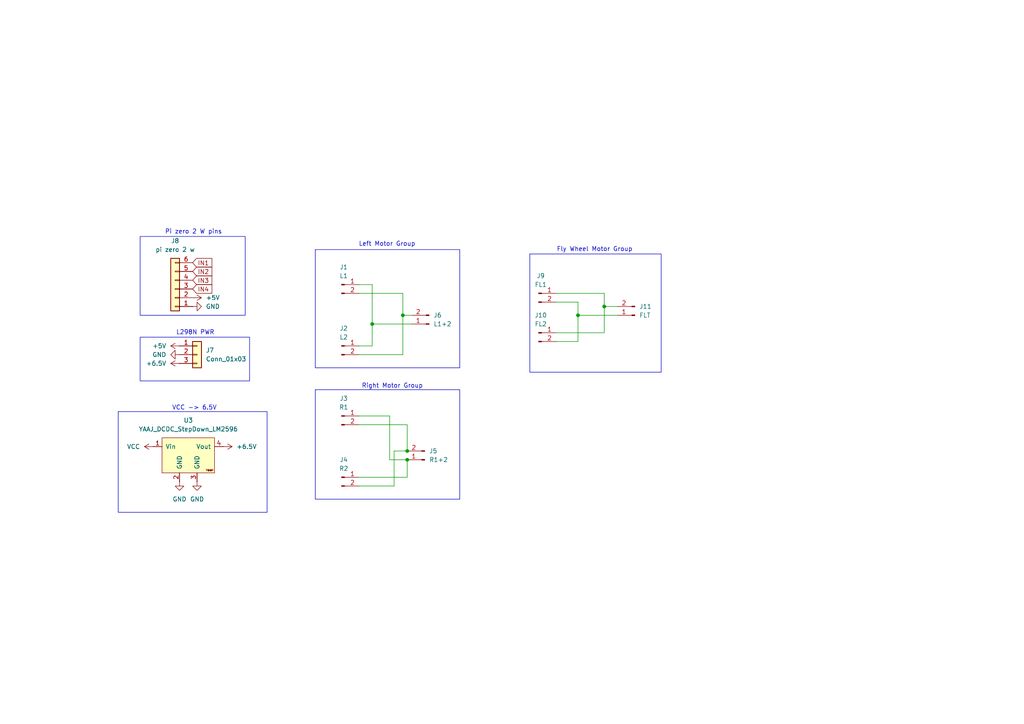
<source format=kicad_sch>
(kicad_sch (version 20231120) (generator "eeschema") (generator_version "8.0")
  (paper "A4")
  (lib_symbols
    (symbol "Connector:Conn_01x02_Pin" (pin_names (offset 1.016) hide)
      (property "Reference" "J" (at 0 2.54 0))
      (property "Value" "Conn_01x02_Pin" (at 0 -5.08 0))
      (symbol "Conn_01x02_Pin_1_1"
        (polyline (pts (xy 1.27 -2.54) (xy 0.8636 -2.54)) (stroke (width 0.1524)))
        (polyline (pts (xy 1.27 0) (xy 0.8636 0)) (stroke (width 0.1524)))
        (rectangle (start 0.8636 -2.413) (end 0 -2.667) (stroke (width 0.1524)) (fill (type outline)))
        (rectangle (start 0.8636 0.127) (end 0 -0.127) (stroke (width 0.1524)) (fill (type outline)))
        (pin passive line (at 5.08 0 180) (length 3.81) (name "Pin_1") (number "1"))
        (pin passive line (at 5.08 -2.54 180) (length 3.81) (name "Pin_2") (number "2"))
      )
    )
    (symbol "Connector_Generic:Conn_01x03" (pin_names (offset 1.016) hide)
      (property "Reference" "J" (at 0 5.08 0))
      (property "Value" "Conn_01x03" (at 0 -5.08 0))
      (symbol "Conn_01x03_1_1"
        (rectangle (start -1.27 -2.413) (end 0 -2.667) (stroke (width 0.1524)))
        (rectangle (start -1.27 0.127) (end 0 -0.127) (stroke (width 0.1524)))
        (rectangle (start -1.27 2.667) (end 0 2.413) (stroke (width 0.1524)))
        (rectangle (start -1.27 3.81) (end 1.27 -3.81) (stroke (width 0.254)) (fill (type background)))
        (pin passive line (at -5.08 2.54 0) (length 3.81) (name "Pin_1") (number "1"))
        (pin passive line (at -5.08 0 0) (length 3.81) (name "Pin_2") (number "2"))
        (pin passive line (at -5.08 -2.54 0) (length 3.81) (name "Pin_3") (number "3"))
      )
    )
    (symbol "Connector_Generic:Conn_01x06" (pin_names (offset 1.016) hide)
      (property "Reference" "J" (at 0 7.62 0))
      (property "Value" "Conn_01x06" (at 0 -10.16 0))
      (symbol "Conn_01x06_1_1"
        (rectangle (start -1.27 -7.493) (end 0 -7.747) (stroke (width 0.1524)))
        (rectangle (start -1.27 -4.953) (end 0 -5.207) (stroke (width 0.1524)))
        (rectangle (start -1.27 -2.413) (end 0 -2.667) (stroke (width 0.1524)))
        (rectangle (start -1.27 0.127) (end 0 -0.127) (stroke (width 0.1524)))
        (rectangle (start -1.27 2.667) (end 0 2.413) (stroke (width 0.1524)))
        (rectangle (start -1.27 5.207) (end 0 4.953) (stroke (width 0.1524)))
        (rectangle (start -1.27 6.35) (end 1.27 -8.89) (stroke (width 0.254)) (fill (type background)))
        (pin passive line (at -5.08 5.08 0) (length 3.81) (name "Pin_1") (number "1"))
        (pin passive line (at -5.08 2.54 0) (length 3.81) (name "Pin_2") (number "2"))
        (pin passive line (at -5.08 0 0) (length 3.81) (name "Pin_3") (number "3"))
        (pin passive line (at -5.08 -2.54 0) (length 3.81) (name "Pin_4") (number "4"))
        (pin passive line (at -5.08 -5.08 0) (length 3.81) (name "Pin_5") (number "5"))
        (pin passive line (at -5.08 -7.62 0) (length 3.81) (name "Pin_6") (number "6"))
      )
    )
    (symbol "power:+5V" (power) (pin_numbers hide) (pin_names (offset 0) hide)
      (property "Value" "+5V" (at 0 3.556 0))
      (symbol "+5V_0_1"
        (polyline (pts (xy -0.762 1.27) (xy 0 2.54)))
        (polyline (pts (xy 0 0) (xy 0 2.54)))
        (polyline (pts (xy 0 2.54) (xy 0.762 1.27)))
      )
      (symbol "+5V_1_1"
        (pin power_in line (at 0 0 90) (length 0) (name "~") (number "1"))
      )
    )
    (symbol "power:+6V" (power) (pin_numbers hide) (pin_names (offset 0) hide)
      (property "Value" "+6V" (at 0 3.556 0))
      (symbol "+6V_0_1"
        (polyline (pts (xy -0.762 1.27) (xy 0 2.54)))
        (polyline (pts (xy 0 0) (xy 0 2.54)))
        (polyline (pts (xy 0 2.54) (xy 0.762 1.27)))
      )
      (symbol "+6V_1_1"
        (pin power_in line (at 0 0 90) (length 0) (name "~") (number "1"))
      )
    )
    (symbol "power:GND" (power) (pin_numbers hide) (pin_names (offset 0) hide)
      (property "Value" "GND" (at 0 -3.81 0))
      (symbol "GND_0_1"
        (polyline (pts (xy 0 0) (xy 0 -1.27) (xy 1.27 -1.27) (xy 0 -2.54) (xy -1.27 -1.27) (xy 0 -1.27)))
      )
      (symbol "GND_1_1"
        (pin power_in line (at 0 0 270) (length 0) (name "~") (number "1"))
      )
    )
    (symbol "power:VCC" (power) (pin_numbers hide) (pin_names (offset 0) hide)
      (property "Value" "VCC" (at 0 3.556 0))
      (symbol "VCC_0_1"
        (polyline (pts (xy -0.762 1.27) (xy 0 2.54)))
        (polyline (pts (xy 0 0) (xy 0 2.54)))
        (polyline (pts (xy 0 2.54) (xy 0.762 1.27)))
      )
      (symbol "VCC_1_1"
        (pin power_in line (at 0 0 90) (length 0) (name "~") (number "1"))
      )
    )
    (symbol "yaaj_dcdc_stepdown_lm2596:YAAJ_DCDC_StepDown_LM2596" (pin_names (offset 1.016))
      (property "Reference" "U" (at -5.08 6.35 0))
      (property "Value" "YAAJ_DCDC_StepDown_LM2596" (at 0 11.43 0))
      (symbol "YAAJ_DCDC_StepDown_LM2596_0_1"
        (rectangle (start -7.62 5.08) (end 7.62 -5.08) (fill (type background)))
      )
      (symbol "YAAJ_DCDC_StepDown_LM2596_1_1"
        (text "Y@@V" (at 6.1976 -4.2672 0) (effects (font (size 0.508 0.508))))
        (pin power_in line (at -10.16 2.54 0) (length 2.54) (name "Vin") (number "1"))
        (pin power_in line (at -2.54 -7.62 90) (length 2.54) (name "GND") (number "2"))
        (pin power_in line (at 2.54 -7.62 90) (length 2.54) (name "GND") (number "3"))
        (pin power_out line (at 10.16 2.54 180) (length 2.54) (name "Vout") (number "4"))
      )
    )
  )
  (junction (at 107.95 93.98))
  (junction (at 118.11 130.81))
  (junction (at 116.84 91.44))
  (junction (at 175.26 88.9))
  (junction (at 167.64 91.44))
  (junction (at 118.11 133.35))
  (wire (pts (xy 167.64 99.06) (xy 161.29 99.06)))
  (wire (pts (xy 113.03 133.35) (xy 118.11 133.35)))
  (wire (pts (xy 175.26 85.09) (xy 161.29 85.09)))
  (wire (pts (xy 167.64 91.44) (xy 167.64 99.06)))
  (wire (pts (xy 118.11 138.43) (xy 118.11 133.35)))
  (wire (pts (xy 113.03 120.65) (xy 113.03 133.35)))
  (wire (pts (xy 114.3 130.81) (xy 118.11 130.81)))
  (wire (pts (xy 116.84 91.44) (xy 116.84 102.87)))
  (wire (pts (xy 114.3 140.97) (xy 114.3 130.81)))
  (wire (pts (xy 161.29 96.52) (xy 175.26 96.52)))
  (wire (pts (xy 107.95 93.98) (xy 119.38 93.98)))
  (wire (pts (xy 104.14 120.65) (xy 113.03 120.65)))
  (wire (pts (xy 104.14 100.33) (xy 107.95 100.33)))
  (wire (pts (xy 116.84 85.09) (xy 116.84 91.44)))
  (wire (pts (xy 104.14 140.97) (xy 114.3 140.97)))
  (wire (pts (xy 161.29 87.63) (xy 167.64 87.63)))
  (wire (pts (xy 167.64 87.63) (xy 167.64 91.44)))
  (wire (pts (xy 175.26 96.52) (xy 175.26 88.9)))
  (wire (pts (xy 175.26 88.9) (xy 175.26 85.09)))
  (wire (pts (xy 107.95 93.98) (xy 107.95 82.55)))
  (wire (pts (xy 104.14 82.55) (xy 107.95 82.55)))
  (wire (pts (xy 116.84 102.87) (xy 104.14 102.87)))
  (wire (pts (xy 104.14 123.19) (xy 118.11 123.19)))
  (wire (pts (xy 107.95 100.33) (xy 107.95 93.98)))
  (wire (pts (xy 104.14 85.09) (xy 116.84 85.09)))
  (wire (pts (xy 104.14 138.43) (xy 118.11 138.43)))
  (wire (pts (xy 167.64 91.44) (xy 179.07 91.44)))
  (wire (pts (xy 116.84 91.44) (xy 119.38 91.44)))
  (wire (pts (xy 175.26 88.9) (xy 179.07 88.9)))
  (wire (pts (xy 118.11 123.19) (xy 118.11 130.81)))
  (rectangle (start 34.29 119.38) (end 77.47 148.59))
  (rectangle (start 40.64 68.58) (end 71.12 91.44))
  (rectangle (start 91.44 72.39) (end 133.35 106.68))
  (rectangle (start 153.67 73.66) (end 191.77 107.95))
  (rectangle (start 40.64 97.79) (end 72.39 110.49))
  (rectangle (start 91.44 113.03) (end 133.35 144.78))
  (text "Left Motor Group\n" (at 112.268 70.866 0) (effects (font (size 1.27 1.27))))
  (text "Pi zero 2 W pins\n" (at 56.134 67.31 0) (effects (font (size 1.27 1.27))))
  (text "Right Motor Group\n" (at 113.792 112.014 0) (effects (font (size 1.27 1.27))))
  (text "VCC -> 6.5V\n" (at 56.388 118.364 0) (effects (font (size 1.27 1.27))))
  (text "Fly Wheel Motor Group\n" (at 172.466 72.39 0) (effects (font (size 1.27 1.27))))
  (text "L298N PWR\n" (at 56.642 96.52 0) (effects (font (size 1.27 1.27))))
  (global_label "IN4" (shape input) (at 55.88 83.82 0) (property "Intersheetrefs" "${INTERSHEET_REFS}" (effects (hide yes))))
  (global_label "IN3" (shape input) (at 55.88 81.28 0) (property "Intersheetrefs" "${INTERSHEET_REFS}" (effects (hide yes))))
  (global_label "IN1" (shape input) (at 55.88 76.2 0) (property "Intersheetrefs" "${INTERSHEET_REFS}" (effects (hide yes))))
  (global_label "IN2" (shape input) (at 55.88 78.74 0) (property "Intersheetrefs" "${INTERSHEET_REFS}" (effects (hide yes))))
  (symbol (lib_id "power:GND") (at 52.07 139.7 0) (unit 1)
    (property "Reference" "#PWR010" (effects (hide yes)))
    (property "Value" "GND" (at 52.07 144.78 0))
    (property "Description" "Power symbol creates a global label with name \"GND\" , ground" (effects (hide yes)))
  )
  (symbol (lib_id "Connector_Generic:Conn_01x03") (at 57.15 102.87 0) (unit 1)
    (property "Reference" "J7" (at 59.69 101.5999 0) (effects (justify left)))
    (property "Value" "Conn_01x03" (at 59.69 104.1399 0) (effects (justify left)))
    (property "Footprint" "Connector_JST:JST_PH_B3B-PH-K_1x03_P2.00mm_Vertical" (effects (hide yes)))
    (property "Description" "Generic connector, single row, 01x03, script generated (kicad-library-utils/schlib/autogen/connector/)" (effects (hide yes)))
  )
  (symbol (lib_id "power:GND") (at 55.88 88.9 90) (unit 1)
    (property "Reference" "#PWR05" (effects (hide yes)))
    (property "Value" "GND" (at 59.69 88.8999 90) (effects (justify right)))
    (property "Description" "Power symbol creates a global label with name \"GND\" , ground" (effects (hide yes)))
  )
  (symbol (lib_id "Connector:Conn_01x02_Pin") (at 99.06 82.55 0) (unit 1)
    (property "Reference" "J1" (at 99.695 77.47 0))
    (property "Value" "L1" (at 99.695 80.01 0))
    (property "Footprint" "Connector_JST:JST_PH_S2B-PH-K_1x02_P2.00mm_Horizontal" (effects (hide yes)))
    (property "Description" "Generic connector, single row, 01x02, script generated" (effects (hide yes)))
  )
  (symbol (lib_id "Connector:Conn_01x02_Pin") (at 184.15 91.44 180) (unit 1)
    (property "Reference" "J11" (at 185.42 88.8999 0) (effects (justify right)))
    (property "Value" "FLT" (at 185.42 91.4399 0) (effects (justify right)))
    (property "Footprint" "Connector_JST:JST_PH_S2B-PH-K_1x02_P2.00mm_Horizontal" (effects (hide yes)))
    (property "Description" "Generic connector, single row, 01x02, script generated" (effects (hide yes)))
  )
  (symbol (lib_id "power:+6V") (at 52.07 105.41 90) (unit 1)
    (property "Reference" "#PWR08" (effects (hide yes)))
    (property "Value" "+6.5V" (at 48.26 105.4099 90) (effects (justify left)))
    (property "Description" "Power symbol creates a global label with name \"+6V\"" (effects (hide yes)))
  )
  (symbol (lib_id "power:+5V") (at 55.88 86.36 270) (unit 1)
    (property "Reference" "#PWR04" (effects (hide yes)))
    (property "Value" "+5V" (at 59.69 86.3599 90) (effects (justify left)))
    (property "Description" "Power symbol creates a global label with name \"+5V\"" (effects (hide yes)))
  )
  (symbol (lib_id "power:GND") (at 57.15 139.7 0) (unit 1)
    (property "Reference" "#PWR011" (effects (hide yes)))
    (property "Value" "GND" (at 57.15 144.78 0))
    (property "Description" "Power symbol creates a global label with name \"GND\" , ground" (effects (hide yes)))
  )
  (symbol (lib_id "power:GND") (at 52.07 102.87 270) (unit 1)
    (property "Reference" "#PWR07" (effects (hide yes)))
    (property "Value" "GND" (at 48.26 102.8699 90) (effects (justify right)))
    (property "Description" "Power symbol creates a global label with name \"GND\" , ground" (effects (hide yes)))
  )
  (symbol (lib_id "power:+5V") (at 52.07 100.33 90) (unit 1)
    (property "Reference" "#PWR06" (effects (hide yes)))
    (property "Value" "+5V" (at 48.26 100.3299 90) (effects (justify left)))
    (property "Description" "Power symbol creates a global label with name \"+5V\"" (effects (hide yes)))
  )
  (symbol (lib_id "power:VCC") (at 44.45 129.54 90) (unit 1)
    (property "Reference" "#PWR012" (effects (hide yes)))
    (property "Value" "VCC" (at 40.64 129.5399 90) (effects (justify left)))
    (property "Description" "Power symbol creates a global label with name \"VCC\"" (effects (hide yes)))
  )
  (symbol (lib_id "Connector:Conn_01x02_Pin") (at 156.21 85.09 0) (unit 1)
    (property "Reference" "J9" (at 156.845 80.01 0))
    (property "Value" "FL1" (at 156.845 82.55 0))
    (property "Footprint" "Connector_JST:JST_PH_S2B-PH-K_1x02_P2.00mm_Horizontal" (effects (hide yes)))
    (property "Description" "Generic connector, single row, 01x02, script generated" (effects (hide yes)))
  )
  (symbol (lib_id "Connector:Conn_01x02_Pin") (at 123.19 133.35 180) (unit 1)
    (property "Reference" "J5" (at 124.46 130.8099 0) (effects (justify right)))
    (property "Value" "R1+2" (at 124.46 133.3499 0) (effects (justify right)))
    (property "Footprint" "Connector_JST:JST_PH_S2B-PH-K_1x02_P2.00mm_Horizontal" (effects (hide yes)))
    (property "Description" "Generic connector, single row, 01x02, script generated" (effects (hide yes)))
  )
  (symbol (lib_id "Connector:Conn_01x02_Pin") (at 156.21 96.52 0) (unit 1)
    (property "Reference" "J10" (at 156.845 91.44 0))
    (property "Value" "FL2" (at 156.845 93.98 0))
    (property "Footprint" "Connector_JST:JST_PH_S2B-PH-K_1x02_P2.00mm_Horizontal" (effects (hide yes)))
    (property "Description" "Generic connector, single row, 01x02, script generated" (effects (hide yes)))
  )
  (symbol (lib_id "Connector:Conn_01x02_Pin") (at 99.06 100.33 0) (unit 1)
    (property "Reference" "J2" (at 99.695 95.25 0))
    (property "Value" "L2" (at 99.695 97.79 0))
    (property "Footprint" "Connector_JST:JST_PH_S2B-PH-K_1x02_P2.00mm_Horizontal" (effects (hide yes)))
    (property "Description" "Generic connector, single row, 01x02, script generated" (effects (hide yes)))
  )
  (symbol (lib_id "power:+6V") (at 64.77 129.54 270) (unit 1)
    (property "Reference" "#PWR09" (effects (hide yes)))
    (property "Value" "+6.5V" (at 68.58 129.5399 90) (effects (justify left)))
    (property "Description" "Power symbol creates a global label with name \"+6V\"" (effects (hide yes)))
  )
  (symbol (lib_id "Connector:Conn_01x02_Pin") (at 99.06 138.43 0) (unit 1)
    (property "Reference" "J4" (at 99.695 133.35 0))
    (property "Value" "R2" (at 99.695 135.89 0))
    (property "Footprint" "Connector_JST:JST_PH_S2B-PH-K_1x02_P2.00mm_Horizontal" (effects (hide yes)))
    (property "Description" "Generic connector, single row, 01x02, script generated" (effects (hide yes)))
  )
  (symbol (lib_id "Connector:Conn_01x02_Pin") (at 99.06 120.65 0) (unit 1)
    (property "Reference" "J3" (at 99.695 115.57 0))
    (property "Value" "R1" (at 99.695 118.11 0))
    (property "Footprint" "Connector_JST:JST_PH_S2B-PH-K_1x02_P2.00mm_Horizontal" (effects (hide yes)))
    (property "Description" "Generic connector, single row, 01x02, script generated" (effects (hide yes)))
  )
  (symbol (lib_id "Connector_Generic:Conn_01x06") (at 50.8 83.82 180) (unit 1)
    (property "Reference" "J8" (at 50.8 69.85 0))
    (property "Value" "pi zero 2 w" (at 50.8 72.39 0))
    (property "Footprint" "Connector_JST:JST_PH_B6B-PH-K_1x06_P2.00mm_Vertical" (effects (hide yes)))
    (property "Description" "Generic connector, single row, 01x06, script generated (kicad-library-utils/schlib/autogen/connector/)" (effects (hide yes)))
  )
  (symbol (lib_id "yaaj_dcdc_stepdown_lm2596:YAAJ_DCDC_StepDown_LM2596") (at 54.61 132.08 0) (unit 1)
    (property "Reference" "U3" (at 54.61 121.92 0))
    (property "Value" "YAAJ_DCDC_StepDown_LM2596" (at 54.61 124.46 0))
    (property "Footprint" "lm2596:YAAJ_DCDC_StepDown_LM2596" (effects (hide yes)))
  )
  (symbol (lib_id "Connector:Conn_01x02_Pin") (at 124.46 93.98 180) (unit 1)
    (property "Reference" "J6" (at 125.73 91.4399 0) (effects (justify right)))
    (property "Value" "L1+2" (at 125.73 93.9799 0) (effects (justify right)))
    (property "Footprint" "Connector_JST:JST_PH_S2B-PH-K_1x02_P2.00mm_Horizontal" (effects (hide yes)))
    (property "Description" "Generic connector, single row, 01x02, script generated" (effects (hide yes)))
  )
)
</source>
